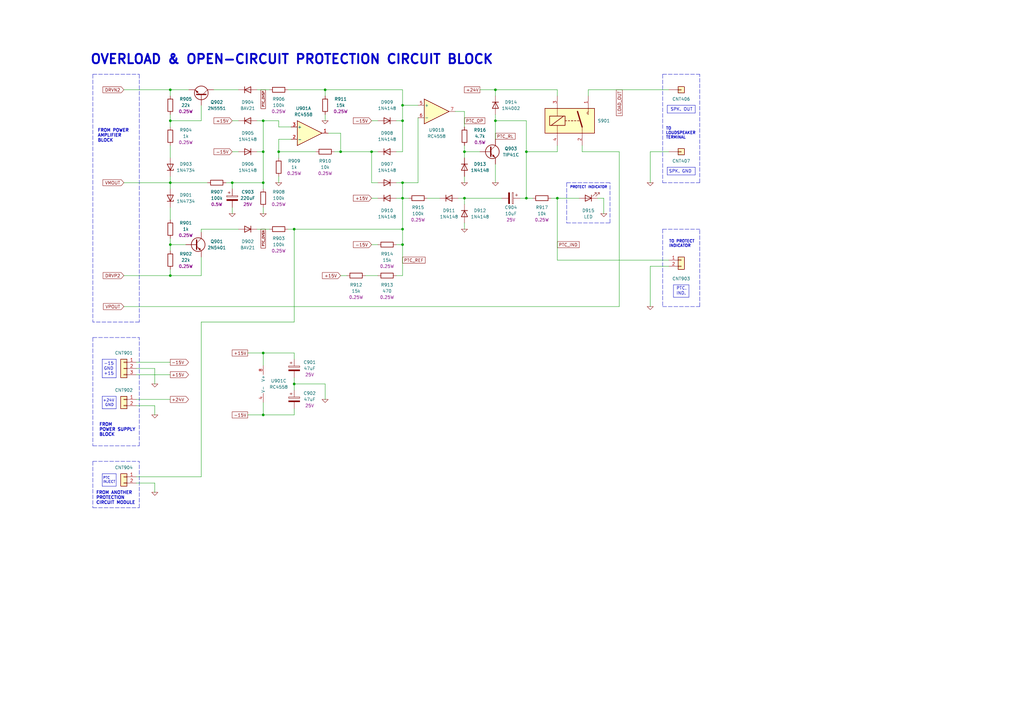
<source format=kicad_sch>
(kicad_sch (version 20211123) (generator eeschema)
  (paper "A3")
  (title_block (title "1300 WATTS RMS CLASS-TD\\nAUDIO POWER AMPLIFIER\\nFOR 4-OHMS LOUDSPEAKER") (date "2022-10-12") (company "BSD POWER AMP"))
  (lib_symbols
    (symbol "Amplifier_Operational:RC4558" (pin_names (offset 0.127))
      (property "Reference" "U" (at 0 5.08 0))
      (property "Value" "RC4558" (at 0 -5.08 0))
      (symbol "RC4558_1_1"
        (pin output line (at 7.62 0 180) (length 2.54) (name "~") (number "1"))
        (pin input line (at -7.62 -2.54 0) (length 2.54) (name "-") (number "2"))
        (pin input line (at -7.62 2.54 0) (length 2.54) (name "+") (number "3"))
      )
      (symbol "RC4558_2_1"
        (pin input line (at -7.62 2.54 0) (length 2.54) (name "+") (number "5"))
        (pin input line (at -7.62 -2.54 0) (length 2.54) (name "-") (number "6"))
        (pin output line (at 7.62 0 180) (length 2.54) (name "~") (number "7"))
      )
      (symbol "RC4558_3_1"
        (pin power_in line (at -2.54 -7.62 90) (length 3.81) (name "V-") (number "4"))
        (pin power_in line (at -2.54 7.62 270) (length 3.81) (name "V+") (number "8"))
      )
    )
    (symbol "BSD_POWER_AMP:D" (pin_numbers hide) (pin_names (offset 1.016) hide)
      (property "Reference" "D4031" (at 3.81 0 0))
      (property "Value" "D" (at 6.35 0 0))
      (symbol "D_1_1"
        (pin passive line (at 3.81 0 180) (length 2.54) (name "A") (number "1"))
        (pin passive line (at -3.81 0 0) (length 2.54) (name "K") (number "2"))
      )
    )
    (symbol "BSD_POWER_AMP:D_Zener" (pin_numbers hide) (pin_names (offset 1.016) hide)
      (property "Reference" "D402" (at 6.35 1.27 90))
      (property "Value" "D_Zener" (at 6.35 -1.27 90))
      (symbol "D_Zener_1_1"
        (pin passive line (at 3.81 0 180) (length 2.54) (name "A") (number "1"))
        (pin passive line (at -3.81 0 0) (length 2.54) (name "K") (number "2"))
      )
    )
    (symbol "BSD_POWER_AMP:LED" (pin_numbers hide) (pin_names (offset 1.016) hide)
      (property "Reference" "D" (at 0 2.54 0))
      (property "Value" "LED" (at 0 -2.54 0))
      (symbol "LED_1_1"
        (pin passive line (at 3.81 0 180) (length 2.54) (name "A") (number "1"))
        (pin passive line (at -3.81 0 0) (length 2.54) (name "K") (number "2"))
      )
    )
    (symbol "BSD_POWER_AMP:Q_NPN_CBE" (pin_numbers hide) (pin_names (offset 0) hide)
      (property "Reference" "Q?" (at 5.08 1.2701 0))
      (property "Value" "Q_NPN_CBE" (at 5.08 -1.2699 0))
      (symbol "Q_NPN_CBE_1_1"
        (pin passive line (at 2.54 5.08 270) (length 2.54) (name "C") (number "1"))
        (pin input line (at -3.81 0 0) (length 4.445) (name "B") (number "2"))
        (pin passive line (at 2.54 -5.08 90) (length 2.54) (name "E") (number "3"))
      )
    )
    (symbol "BSD_POWER_AMP:RAYEX-L90A"
      (property "Reference" "K?" (at 11.43 1.2701 0))
      (property "Value" "RAYEX-L90A" (at 11.43 -1.2699 0))
      (symbol "RAYEX-L90A_1_1"
        (pin passive line (at 7.62 10.16 270) (length 5.08) (name "~") (number "1"))
        (pin passive line (at 5.08 -10.16 90) (length 5.08) (name "~") (number "2"))
        (pin passive line (at -5.08 10.16 270) (length 5.08) (name "~") (number "3"))
        (pin passive line (at -5.08 -10.16 90) (length 5.08) (name "~") (number "4"))
      )
    )
    (symbol "Connector_Generic:Conn_01x01" (pin_numbers hide) (pin_names (offset 1.016) hide)
      (property "Reference" "J" (at 0 2.54 0))
      (property "Value" "Conn_01x01" (at 0 -2.54 0))
      (symbol "Conn_01x01_1_1"
        (pin passive line (at -5.08 0 0) (length 3.81) (name "Pin_1") (number "1"))
      )
    )
    (symbol "Connector_Generic:Conn_01x02" (pin_names (offset 1.016) hide)
      (property "Reference" "J" (at 0 2.54 0))
      (property "Value" "Conn_01x02" (at 0 -5.08 0))
      (symbol "Conn_01x02_1_1"
        (pin passive line (at -5.08 0 0) (length 3.81) (name "Pin_1") (number "1"))
        (pin passive line (at -5.08 -2.54 0) (length 3.81) (name "Pin_2") (number "2"))
      )
    )
    (symbol "Connector_Generic:Conn_01x03" (pin_names (offset 1.016) hide)
      (property "Reference" "J" (at 0 5.08 0))
      (property "Value" "Conn_01x03" (at 0 -5.08 0))
      (symbol "Conn_01x03_1_1"
        (pin passive line (at -5.08 2.54 0) (length 3.81) (name "Pin_1") (number "1"))
        (pin passive line (at -5.08 0 0) (length 3.81) (name "Pin_2") (number "2"))
        (pin passive line (at -5.08 -2.54 0) (length 3.81) (name "Pin_3") (number "3"))
      )
    )
    (symbol "Device:C_Polarized" (pin_numbers hide) (pin_names (offset 0.254))
      (property "Reference" "C" (at 0.635 2.54 0))
      (property "Value" "C_Polarized" (at 0.635 -2.54 0))
      (symbol "C_Polarized_1_1"
        (pin passive line (at 0 3.81 270) (length 2.794) (name "~") (number "1"))
        (pin passive line (at 0 -3.81 90) (length 2.794) (name "~") (number "2"))
      )
    )
    (symbol "Device:R" (pin_numbers hide) (pin_names (offset 0))
      (property "Reference" "R" (at 2.032 0 90))
      (property "Value" "R" (at 0 0 90))
      (symbol "R_1_1"
        (pin passive line (at 0 3.81 270) (length 1.27) (name "~") (number "1"))
        (pin passive line (at 0 -3.81 90) (length 1.27) (name "~") (number "2"))
      )
    )
    (symbol "Q_NPN_CBE_14" (pin_numbers hide) (pin_names (offset 0) hide)
      (property "Reference" "Q?" (at 5.08 1.2701 0))
      (property "Value" "Q_NPN_CBE_14" (at 5.08 -1.2699 0))
      (symbol "Q_NPN_CBE_14_1_1"
        (pin passive line (at 2.54 5.08 270) (length 2.54) (name "C") (number "1"))
        (pin input line (at -3.81 0 0) (length 4.445) (name "B") (number "2"))
        (pin passive line (at 2.54 -5.08 90) (length 2.54) (name "E") (number "3"))
      )
    )
    (symbol "Q_PNP_CBE_20" (pin_numbers hide) (pin_names (offset 0) hide)
      (property "Reference" "Q?" (at 5.08 1.2701 0))
      (property "Value" "Q_PNP_CBE_20" (at 5.08 -1.2699 0))
      (symbol "Q_PNP_CBE_20_1_1"
        (pin passive line (at 2.54 5.08 270) (length 2.54) (name "C") (number "1"))
        (pin input line (at -3.81 0 0) (length 4.445) (name "B") (number "2"))
        (pin passive line (at 2.54 -5.08 90) (length 2.54) (name "E") (number "3"))
      )
    )
    (symbol "R_1" (pin_numbers hide) (pin_names (offset 0))
      (property "Reference" "R" (at 2.032 0 90))
      (property "Value" "R_1" (at 0 0 90))
      (symbol "R_1_1_1"
        (pin passive line (at 0 3.81 270) (length 1.27) (name "~") (number "1"))
        (pin passive line (at 0 -3.81 90) (length 1.27) (name "~") (number "2"))
      )
    )
    (symbol "R_10" (pin_numbers hide) (pin_names (offset 0))
      (property "Reference" "R" (at 2.032 0 90))
      (property "Value" "R_10" (at 0 0 90))
      (symbol "R_10_1_1"
        (pin passive line (at 0 3.81 270) (length 1.27) (name "~") (number "1"))
        (pin passive line (at 0 -3.81 90) (length 1.27) (name "~") (number "2"))
      )
    )
    (symbol "R_11" (pin_numbers hide) (pin_names (offset 0))
      (property "Reference" "R" (at 2.032 0 90))
      (property "Value" "R_11" (at 0 0 90))
      (symbol "R_11_1_1"
        (pin passive line (at 0 3.81 270) (length 1.27) (name "~") (number "1"))
        (pin passive line (at 0 -3.81 90) (length 1.27) (name "~") (number "2"))
      )
    )
    (symbol "R_12" (pin_numbers hide) (pin_names (offset 0))
      (property "Reference" "R" (at 2.032 0 90))
      (property "Value" "R_12" (at 0 0 90))
      (symbol "R_12_1_1"
        (pin passive line (at 0 3.81 270) (length 1.27) (name "~") (number "1"))
        (pin passive line (at 0 -3.81 90) (length 1.27) (name "~") (number "2"))
      )
    )
    (symbol "R_13" (pin_numbers hide) (pin_names (offset 0))
      (property "Reference" "R" (at 2.032 0 90))
      (property "Value" "R_13" (at 0 0 90))
      (symbol "R_13_1_1"
        (pin passive line (at 0 3.81 270) (length 1.27) (name "~") (number "1"))
        (pin passive line (at 0 -3.81 90) (length 1.27) (name "~") (number "2"))
      )
    )
    (symbol "R_14" (pin_numbers hide) (pin_names (offset 0))
      (property "Reference" "R" (at 2.032 0 90))
      (property "Value" "R_14" (at 0 0 90))
      (symbol "R_14_1_1"
        (pin passive line (at 0 3.81 270) (length 1.27) (name "~") (number "1"))
        (pin passive line (at 0 -3.81 90) (length 1.27) (name "~") (number "2"))
      )
    )
    (symbol "R_15" (pin_numbers hide) (pin_names (offset 0))
      (property "Reference" "R" (at 2.032 0 90))
      (property "Value" "R_15" (at 0 0 90))
      (symbol "R_15_1_1"
        (pin passive line (at 0 3.81 270) (length 1.27) (name "~") (number "1"))
        (pin passive line (at 0 -3.81 90) (length 1.27) (name "~") (number "2"))
      )
    )
    (symbol "R_16" (pin_numbers hide) (pin_names (offset 0))
      (property "Reference" "R" (at 2.032 0 90))
      (property "Value" "R_16" (at 0 0 90))
      (symbol "R_16_1_1"
        (pin passive line (at 0 3.81 270) (length 1.27) (name "~") (number "1"))
        (pin passive line (at 0 -3.81 90) (length 1.27) (name "~") (number "2"))
      )
    )
    (symbol "R_2" (pin_numbers hide) (pin_names (offset 0))
      (property "Reference" "R" (at 2.032 0 90))
      (property "Value" "R_2" (at 0 0 90))
      (symbol "R_2_1_1"
        (pin passive line (at 0 3.81 270) (length 1.27) (name "~") (number "1"))
        (pin passive line (at 0 -3.81 90) (length 1.27) (name "~") (number "2"))
      )
    )
    (symbol "R_3" (pin_numbers hide) (pin_names (offset 0))
      (property "Reference" "R" (at 2.032 0 90))
      (property "Value" "R_3" (at 0 0 90))
      (symbol "R_3_1_1"
        (pin passive line (at 0 3.81 270) (length 1.27) (name "~") (number "1"))
        (pin passive line (at 0 -3.81 90) (length 1.27) (name "~") (number "2"))
      )
    )
    (symbol "R_4" (pin_numbers hide) (pin_names (offset 0))
      (property "Reference" "R" (at 2.032 0 90))
      (property "Value" "R_4" (at 0 0 90))
      (symbol "R_4_1_1"
        (pin passive line (at 0 3.81 270) (length 1.27) (name "~") (number "1"))
        (pin passive line (at 0 -3.81 90) (length 1.27) (name "~") (number "2"))
      )
    )
    (symbol "R_5" (pin_numbers hide) (pin_names (offset 0))
      (property "Reference" "R" (at 2.032 0 90))
      (property "Value" "R_5" (at 0 0 90))
      (symbol "R_5_1_1"
        (pin passive line (at 0 3.81 270) (length 1.27) (name "~") (number "1"))
        (pin passive line (at 0 -3.81 90) (length 1.27) (name "~") (number "2"))
      )
    )
    (symbol "R_6" (pin_numbers hide) (pin_names (offset 0))
      (property "Reference" "R" (at 2.032 0 90))
      (property "Value" "R_6" (at 0 0 90))
      (symbol "R_6_1_1"
        (pin passive line (at 0 3.81 270) (length 1.27) (name "~") (number "1"))
        (pin passive line (at 0 -3.81 90) (length 1.27) (name "~") (number "2"))
      )
    )
    (symbol "R_7" (pin_numbers hide) (pin_names (offset 0))
      (property "Reference" "R" (at 2.032 0 90))
      (property "Value" "R_7" (at 0 0 90))
      (symbol "R_7_1_1"
        (pin passive line (at 0 3.81 270) (length 1.27) (name "~") (number "1"))
        (pin passive line (at 0 -3.81 90) (length 1.27) (name "~") (number "2"))
      )
    )
    (symbol "R_8" (pin_numbers hide) (pin_names (offset 0))
      (property "Reference" "R" (at 2.032 0 90))
      (property "Value" "R_8" (at 0 0 90))
      (symbol "R_8_1_1"
        (pin passive line (at 0 3.81 270) (length 1.27) (name "~") (number "1"))
        (pin passive line (at 0 -3.81 90) (length 1.27) (name "~") (number "2"))
      )
    )
    (symbol "R_9" (pin_numbers hide) (pin_names (offset 0))
      (property "Reference" "R" (at 2.032 0 90))
      (property "Value" "R_9" (at 0 0 90))
      (symbol "R_9_1_1"
        (pin passive line (at 0 3.81 270) (length 1.27) (name "~") (number "1"))
        (pin passive line (at 0 -3.81 90) (length 1.27) (name "~") (number "2"))
      )
    )
    (symbol "pspice:0" (power) (pin_names (offset 0))
      (property "Value" "0" (at 0 -1.778 0))
      (symbol "0_1_1"
        (pin power_in line (at 0 0 0) (length 0) hide (name "0") (number "1"))
      )
    )
  )
  (junction (at 69.85 36.83))
  (junction (at 165.1 93.98))
  (junction (at 107.95 62.23))
  (junction (at 203.2 36.83))
  (junction (at 165.1 49.53))
  (junction (at 190.5 81.28))
  (junction (at 95.25 74.93))
  (junction (at 215.9 62.23))
  (junction (at 165.1 81.28))
  (junction (at 107.95 170.18))
  (junction (at 69.85 49.53))
  (junction (at 107.95 49.53))
  (junction (at 190.5 62.23))
  (junction (at 165.1 100.33))
  (junction (at 69.85 113.03))
  (junction (at 107.95 144.78))
  (junction (at 69.85 74.93))
  (junction (at 152.4 62.23))
  (junction (at 139.7 62.23))
  (junction (at 215.9 81.28))
  (junction (at 107.95 74.93))
  (junction (at 69.85 100.33))
  (junction (at 120.65 157.48))
  (junction (at 133.35 36.83))
  (junction (at 165.1 74.93))
  (junction (at 114.3 62.23))
  (junction (at 165.1 43.18))
  (junction (at 203.2 49.53))
  (junction (at 228.6 81.28))
  (junction (at 120.65 93.98))
  (wire (pts (xy 226.06 81.28) (xy 228.6 81.28)))
  (wire (pts (xy 50.8 36.83) (xy 69.85 36.83)))
  (wire (pts (xy 152.4 100.33) (xy 154.94 100.33)))
  (wire (pts (xy 152.4 74.93) (xy 154.94 74.93)))
  (wire (pts (xy 63.5 157.48) (xy 63.5 151.13)))
  (polyline (pts (xy 57.15 182.88) (xy 57.15 138.43)))
  (wire (pts (xy 190.5 81.28) (xy 190.5 83.82)))
  (wire (pts (xy 55.88 148.59) (xy 69.85 148.59)))
  (wire (pts (xy 95.25 85.09) (xy 95.25 87.63)))
  (wire (pts (xy 107.95 49.53) (xy 107.95 62.23)))
  (wire (pts (xy 69.85 100.33) (xy 76.2 100.33)))
  (wire (pts (xy 215.9 62.23) (xy 228.6 62.23)))
  (wire (pts (xy 238.76 59.69) (xy 238.76 62.23)))
  (wire (pts (xy 120.65 157.48) (xy 120.65 160.02)))
  (wire (pts (xy 69.85 49.53) (xy 82.55 49.53)))
  (polyline (pts (xy 38.1 208.28) (xy 57.15 208.28)))
  (wire (pts (xy 114.3 52.07) (xy 114.3 49.53)))
  (wire (pts (xy 55.88 195.58) (xy 82.55 195.58)))
  (polyline (pts (xy 41.91 167.64) (xy 47.625 167.64)) (stroke (width 0) (type solid)))
  (wire (pts (xy 105.41 36.83) (xy 110.49 36.83)))
  (polyline (pts (xy 273.685 46.355) (xy 285.115 46.355)) (stroke (width 0) (type solid)))
  (wire (pts (xy 69.85 49.53) (xy 69.85 52.07)))
  (wire (pts (xy 107.95 85.09) (xy 107.95 87.63)))
  (wire (pts (xy 120.65 154.94) (xy 120.65 157.48)))
  (wire (pts (xy 129.54 62.23) (xy 114.3 62.23)))
  (polyline (pts (xy 38.1 138.43) (xy 38.1 182.88)))
  (wire (pts (xy 133.35 163.83) (xy 133.35 157.48)))
  (polyline (pts (xy 250.19 91.44) (xy 250.19 74.93)))
  (wire (pts (xy 69.85 74.93) (xy 69.85 77.47)))
  (wire (pts (xy 165.1 36.83) (xy 165.1 43.18)))
  (polyline (pts (xy 273.685 43.18) (xy 285.115 43.18)) (stroke (width 0) (type solid)))
  (wire (pts (xy 190.5 59.69) (xy 190.5 62.23)))
  (wire (pts (xy 228.6 81.28) (xy 237.49 81.28)))
  (wire (pts (xy 95.25 74.93) (xy 95.25 77.47)))
  (wire (pts (xy 120.65 132.08) (xy 120.65 93.98)))
  (wire (pts (xy 82.55 93.98) (xy 82.55 95.25)))
  (polyline (pts (xy 271.78 30.48) (xy 271.78 74.93)))
  (wire (pts (xy 152.4 62.23) (xy 152.4 74.93)))
  (wire (pts (xy 63.5 170.18) (xy 63.5 166.37)))
  (wire (pts (xy 55.88 163.83) (xy 69.85 163.83)))
  (polyline (pts (xy 282.575 116.84) (xy 282.575 121.92)) (stroke (width 0) (type solid)))
  (wire (pts (xy 241.3 36.83) (xy 274.32 36.83)))
  (polyline (pts (xy 41.91 162.56) (xy 41.91 167.64)) (stroke (width 0) (type solid)))
  (wire (pts (xy 118.11 93.98) (xy 120.65 93.98)))
  (polyline (pts (xy 276.225 121.92) (xy 276.225 116.84)) (stroke (width 0) (type solid)))
  (wire (pts (xy 152.4 81.28) (xy 154.94 81.28)))
  (wire (pts (xy 120.65 147.32) (xy 120.65 144.78)))
  (polyline (pts (xy 38.1 30.48) (xy 57.15 30.48)))
  (wire (pts (xy 190.5 81.28) (xy 205.74 81.28)))
  (wire (pts (xy 107.95 49.53) (xy 114.3 49.53)))
  (wire (pts (xy 162.56 49.53) (xy 165.1 49.53)))
  (polyline (pts (xy 57.15 30.48) (xy 57.15 132.08)))
  (wire (pts (xy 162.56 100.33) (xy 165.1 100.33)))
  (polyline (pts (xy 47.625 154.94) (xy 47.625 147.32)) (stroke (width 0) (type solid)))
  (wire (pts (xy 114.3 62.23) (xy 114.3 57.15)))
  (wire (pts (xy 190.5 62.23) (xy 196.85 62.23)))
  (wire (pts (xy 149.86 113.03) (xy 154.94 113.03)))
  (wire (pts (xy 254 125.73) (xy 254 62.23)))
  (wire (pts (xy 165.1 62.23) (xy 165.1 49.53)))
  (wire (pts (xy 266.7 62.23) (xy 274.32 62.23)))
  (polyline (pts (xy 41.91 147.32) (xy 41.91 154.94)) (stroke (width 0) (type solid)))
  (polyline (pts (xy 271.78 93.98) (xy 271.78 125.73)))
  (wire (pts (xy 165.1 100.33) (xy 165.1 93.98)))
  (polyline (pts (xy 41.91 154.94) (xy 47.625 154.94)) (stroke (width 0) (type solid)))
  (wire (pts (xy 175.26 81.28) (xy 180.34 81.28)))
  (wire (pts (xy 241.3 36.83) (xy 241.3 39.37)))
  (wire (pts (xy 139.7 113.03) (xy 142.24 113.03)))
  (wire (pts (xy 119.38 52.07) (xy 114.3 52.07)))
  (wire (pts (xy 85.09 74.93) (xy 69.85 74.93)))
  (polyline (pts (xy 41.91 199.39) (xy 47.625 199.39)) (stroke (width 0) (type solid)))
  (wire (pts (xy 107.95 77.47) (xy 107.95 74.93)))
  (wire (pts (xy 50.8 113.03) (xy 69.85 113.03)))
  (polyline (pts (xy 282.575 121.92) (xy 276.225 121.92)) (stroke (width 0) (type solid)))
  (wire (pts (xy 82.55 113.03) (xy 82.55 105.41)))
  (wire (pts (xy 139.7 62.23) (xy 152.4 62.23)))
  (wire (pts (xy 69.85 97.79) (xy 69.85 100.33)))
  (wire (pts (xy 69.85 113.03) (xy 69.85 110.49)))
  (wire (pts (xy 228.6 59.69) (xy 228.6 62.23)))
  (polyline (pts (xy 47.625 199.39) (xy 47.625 194.31)) (stroke (width 0) (type solid)))
  (polyline (pts (xy 285.115 46.355) (xy 285.115 43.18)) (stroke (width 0) (type solid)))
  (wire (pts (xy 69.85 113.03) (xy 82.55 113.03)))
  (polyline (pts (xy 282.575 116.84) (xy 276.225 116.84)) (stroke (width 0) (type solid)))
  (wire (pts (xy 69.85 46.99) (xy 69.85 49.53)))
  (wire (pts (xy 133.35 157.48) (xy 120.65 157.48)))
  (wire (pts (xy 120.65 144.78) (xy 107.95 144.78)))
  (wire (pts (xy 203.2 49.53) (xy 203.2 57.15)))
  (wire (pts (xy 63.5 201.93) (xy 63.5 198.12)))
  (wire (pts (xy 101.6 170.18) (xy 107.95 170.18)))
  (polyline (pts (xy 287.02 74.93) (xy 287.02 30.48)))
  (wire (pts (xy 55.88 166.37) (xy 63.5 166.37)))
  (wire (pts (xy 215.9 49.53) (xy 215.9 62.23)))
  (wire (pts (xy 133.35 36.83) (xy 165.1 36.83)))
  (wire (pts (xy 165.1 113.03) (xy 165.1 100.33)))
  (polyline (pts (xy 41.91 194.31) (xy 41.91 199.39)) (stroke (width 0) (type solid)))
  (wire (pts (xy 218.44 81.28) (xy 215.9 81.28)))
  (wire (pts (xy 162.56 113.03) (xy 165.1 113.03)))
  (wire (pts (xy 55.88 151.13) (xy 63.5 151.13)))
  (wire (pts (xy 274.32 106.68) (xy 228.6 106.68)))
  (wire (pts (xy 165.1 43.18) (xy 165.1 49.53)))
  (wire (pts (xy 87.63 36.83) (xy 97.79 36.83)))
  (wire (pts (xy 139.7 54.61) (xy 139.7 62.23)))
  (wire (pts (xy 82.55 43.18) (xy 82.55 49.53)))
  (polyline (pts (xy 41.91 194.31) (xy 47.625 194.31)) (stroke (width 0) (type solid)))
  (wire (pts (xy 165.1 81.28) (xy 167.64 81.28)))
  (wire (pts (xy 133.35 36.83) (xy 133.35 39.37)))
  (wire (pts (xy 97.79 93.98) (xy 82.55 93.98)))
  (wire (pts (xy 139.7 54.61) (xy 134.62 54.61)))
  (wire (pts (xy 137.16 62.23) (xy 139.7 62.23)))
  (wire (pts (xy 165.1 43.18) (xy 171.45 43.18)))
  (wire (pts (xy 228.6 106.68) (xy 228.6 81.28)))
  (wire (pts (xy 152.4 49.53) (xy 154.94 49.53)))
  (polyline (pts (xy 38.1 30.48) (xy 38.1 132.08)))
  (polyline (pts (xy 273.685 68.58) (xy 273.685 71.755)) (stroke (width 0) (type solid)))
  (wire (pts (xy 203.2 36.83) (xy 203.2 39.37)))
  (wire (pts (xy 120.65 167.64) (xy 120.65 170.18)))
  (wire (pts (xy 215.9 49.53) (xy 203.2 49.53)))
  (wire (pts (xy 55.88 198.12) (xy 63.5 198.12)))
  (wire (pts (xy 69.85 36.83) (xy 69.85 39.37)))
  (wire (pts (xy 105.41 93.98) (xy 110.49 93.98)))
  (polyline (pts (xy 38.1 138.43) (xy 57.15 138.43)))
  (polyline (pts (xy 271.78 125.73) (xy 287.02 125.73)))
  (wire (pts (xy 120.65 93.98) (xy 165.1 93.98)))
  (polyline (pts (xy 271.78 74.93) (xy 287.02 74.93)))
  (wire (pts (xy 107.95 170.18) (xy 107.95 165.1)))
  (polyline (pts (xy 271.78 93.98) (xy 287.02 93.98)))
  (wire (pts (xy 92.71 74.93) (xy 95.25 74.93)))
  (wire (pts (xy 266.7 74.93) (xy 266.7 62.23)))
  (polyline (pts (xy 38.1 189.23) (xy 38.1 208.28)))
  (wire (pts (xy 50.8 74.93) (xy 69.85 74.93)))
  (wire (pts (xy 215.9 62.23) (xy 215.9 81.28)))
  (wire (pts (xy 190.5 91.44) (xy 190.5 93.98)))
  (wire (pts (xy 82.55 132.08) (xy 120.65 132.08)))
  (wire (pts (xy 254 62.23) (xy 238.76 62.23)))
  (wire (pts (xy 69.85 59.69) (xy 69.85 64.77)))
  (wire (pts (xy 82.55 195.58) (xy 82.55 132.08)))
  (wire (pts (xy 69.85 85.09) (xy 69.85 90.17)))
  (wire (pts (xy 247.65 81.28) (xy 247.65 87.63)))
  (wire (pts (xy 228.6 36.83) (xy 228.6 39.37)))
  (wire (pts (xy 162.56 81.28) (xy 165.1 81.28)))
  (wire (pts (xy 101.6 144.78) (xy 107.95 144.78)))
  (wire (pts (xy 69.85 36.83) (xy 77.47 36.83)))
  (polyline (pts (xy 287.02 125.73) (xy 287.02 93.98)))
  (wire (pts (xy 154.94 62.23) (xy 152.4 62.23)))
  (wire (pts (xy 114.3 62.23) (xy 114.3 64.77)))
  (wire (pts (xy 171.45 74.93) (xy 171.45 48.26)))
  (wire (pts (xy 95.25 62.23) (xy 97.79 62.23)))
  (wire (pts (xy 55.88 153.67) (xy 69.85 153.67)))
  (polyline (pts (xy 273.685 68.58) (xy 285.115 68.58)) (stroke (width 0) (type solid)))
  (wire (pts (xy 95.25 49.53) (xy 97.79 49.53)))
  (wire (pts (xy 133.35 46.99) (xy 133.35 49.53)))
  (wire (pts (xy 190.5 62.23) (xy 190.5 64.77)))
  (polyline (pts (xy 232.41 74.93) (xy 250.19 74.93)))
  (wire (pts (xy 190.5 45.72) (xy 190.5 52.07)))
  (wire (pts (xy 107.95 74.93) (xy 95.25 74.93)))
  (polyline (pts (xy 273.685 43.18) (xy 273.685 46.355)) (stroke (width 0) (type solid)))
  (polyline (pts (xy 232.41 91.44) (xy 250.19 91.44)))
  (wire (pts (xy 114.3 72.39) (xy 114.3 74.93)))
  (wire (pts (xy 50.8 125.73) (xy 254 125.73)))
  (wire (pts (xy 203.2 36.83) (xy 228.6 36.83)))
  (wire (pts (xy 105.41 49.53) (xy 107.95 49.53)))
  (wire (pts (xy 107.95 62.23) (xy 107.95 74.93)))
  (wire (pts (xy 114.3 57.15) (xy 119.38 57.15)))
  (polyline (pts (xy 38.1 182.88) (xy 57.15 182.88)))
  (wire (pts (xy 120.65 170.18) (xy 107.95 170.18)))
  (polyline (pts (xy 41.91 162.56) (xy 47.625 162.56)) (stroke (width 0) (type solid)))
  (wire (pts (xy 213.36 81.28) (xy 215.9 81.28)))
  (wire (pts (xy 203.2 67.31) (xy 203.2 74.93)))
  (polyline (pts (xy 47.625 167.64) (xy 47.625 162.56)) (stroke (width 0) (type solid)))
  (wire (pts (xy 105.41 62.23) (xy 107.95 62.23)))
  (wire (pts (xy 187.96 81.28) (xy 190.5 81.28)))
  (polyline (pts (xy 285.115 71.755) (xy 285.115 68.58)) (stroke (width 0) (type solid)))
  (polyline (pts (xy 273.685 71.755) (xy 285.115 71.755)) (stroke (width 0) (type solid)))
  (wire (pts (xy 69.85 72.39) (xy 69.85 74.93)))
  (wire (pts (xy 162.56 74.93) (xy 165.1 74.93)))
  (wire (pts (xy 118.11 36.83) (xy 133.35 36.83)))
  (wire (pts (xy 186.69 45.72) (xy 190.5 45.72)))
  (wire (pts (xy 196.85 36.83) (xy 203.2 36.83)))
  (wire (pts (xy 274.32 109.22) (xy 266.7 109.22)))
  (wire (pts (xy 162.56 62.23) (xy 165.1 62.23)))
  (wire (pts (xy 69.85 100.33) (xy 69.85 102.87)))
  (polyline (pts (xy 232.41 74.93) (xy 232.41 91.44)))
  (wire (pts (xy 266.7 109.22) (xy 266.7 125.73)))
  (polyline (pts (xy 41.91 147.32) (xy 47.625 147.32)) (stroke (width 0) (type solid)))
  (wire (pts (xy 203.2 46.99) (xy 203.2 49.53)))
  (wire (pts (xy 165.1 93.98) (xy 165.1 81.28)))
  (wire (pts (xy 165.1 74.93) (xy 165.1 81.28)))
  (polyline (pts (xy 271.78 30.48) (xy 287.02 30.48)))
  (wire (pts (xy 190.5 72.39) (xy 190.5 74.93)))
  (wire (pts (xy 171.45 74.93) (xy 165.1 74.93)))
  (polyline (pts (xy 38.1 189.23) (xy 57.15 189.23)))
  (wire (pts (xy 245.11 81.28) (xy 247.65 81.28)))
  (polyline (pts (xy 57.15 132.08) (xy 38.1 132.08)))
  (wire (pts (xy 107.95 144.78) (xy 107.95 149.86)))
  (polyline (pts (xy 57.15 208.28) (xy 57.15 189.23)))
  (text "OVERLOAD & OPEN-CIRCUIT PROTECTION CIRCUIT BLOCK" (at 36.83 26.67 0) (effects (font (size 3.81 3.81) (thickness 0.762) bold) (justify left bottom)))
  (text "FROM ANOTHER\nPROTECTION\nCIRCUIT MODULE" (at 39.37 207.01 0) (effects (font (size 1.27 1.27) bold) (justify left bottom)))
  (text "PTC.\nIND." (at 277.368 121.158 0) (effects (font (size 1.27 1.27)) (justify left bottom)))
  (text "SPK. GND" (at 274.32 71.12 0) (effects (font (size 1.27 1.27)) (justify left bottom)))
  (text "SPK. OUT" (at 274.955 45.72 0) (effects (font (size 1.27 1.27)) (justify left bottom)))
  (text "FROM POWER\nAMPLIFIER\nBLOCK" (at 40.005 58.42 0) (effects (font (size 1.27 1.27) bold) (justify left bottom)))
  (text "TO\nLOUDSPEAKER\nTERMINAL" (at 273.05 57.15 0) (effects (font (size 1.143 1.143) bold) (justify left bottom)))
  (text "+24V\n GND" (at 42.164 166.878 0) (effects (font (size 1.143 1.143)) (justify left bottom)))
  (text "PTC\nINJECT" (at 42.164 198.374 0) (effects (font (size 1.016 1.016)) (justify left bottom)))
  (text "-15\nGND\n+15" (at 42.545 154.051 0) (effects (font (size 1.27 1.27)) (justify left bottom)))
  (text "TO PROTECT\nINDICATOR" (at 274.32 101.6 0) (effects (font (size 1.143 1.143) bold) (justify left bottom)))
  (text "FROM\nPOWER SUPPLY\nBLOCK" (at 40.64 179.07 0) (effects (font (size 1.27 1.27) bold) (justify left bottom)))
  (text "PROTECT INDICATOR" (at 233.68 77.47 0) (effects (font (size 1.016 1.016) (thickness 0.2032) bold) (justify left bottom)))
  (global_label "+15V" (shape input) (at 139.7 113.03 180) (property "Intersheet References" "${INTERSHEET_REFS}" (effects hide)))
  (global_label "PTC_OVSP" (shape passive) (at 107.95 36.83 270) (effects (font (size 0.889 0.889) (thickness 0.1778) bold)) (property "Intersheet References" "${INTERSHEET_REFS}" (effects hide)))
  (global_label "DRVP2" (shape input) (at 50.8 113.03 180) (property "Intersheet References" "${INTERSHEET_REFS}" (effects hide)))
  (global_label "+24V" (shape passive) (at 196.85 36.83 180) (property "Intersheet References" "${INTERSHEET_REFS}" (effects hide)))
  (global_label "VPOUT" (shape input) (at 50.8 125.73 180) (property "Intersheet References" "${INTERSHEET_REFS}" (effects hide)))
  (global_label "+15V" (shape input) (at 95.25 49.53 180) (property "Intersheet References" "${INTERSHEET_REFS}" (effects hide)))
  (global_label "PTC_REF" (shape passive) (at 165.1 106.68 0) (property "Intersheet References" "${INTERSHEET_REFS}" (effects hide)))
  (global_label "-15V" (shape passive) (at 101.6 170.18 180) (property "Intersheet References" "${INTERSHEET_REFS}" (effects hide)))
  (global_label "+15V" (shape output) (at 69.85 153.67 0) (property "Intersheet References" "${INTERSHEET_REFS}" (effects hide)))
  (global_label "PTC_OP" (shape passive) (at 190.5 49.53 0) (property "Intersheet References" "${INTERSHEET_REFS}" (effects hide)))
  (global_label "-15V" (shape input) (at 152.4 100.33 180) (property "Intersheet References" "${INTERSHEET_REFS}" (effects hide)))
  (global_label "+15V" (shape input) (at 152.4 81.28 180) (property "Intersheet References" "${INTERSHEET_REFS}" (effects hide)))
  (global_label "+24V" (shape output) (at 69.85 163.83 0) (property "Intersheet References" "${INTERSHEET_REFS}" (effects hide)))
  (global_label "+15V" (shape passive) (at 101.6 144.78 180) (property "Intersheet References" "${INTERSHEET_REFS}" (effects hide)))
  (global_label "PTC_OVSN" (shape passive) (at 107.95 93.98 270) (effects (font (size 0.889 0.889) (thickness 0.1778) bold)) (property "Intersheet References" "${INTERSHEET_REFS}" (effects hide)))
  (global_label "-15V" (shape input) (at 152.4 49.53 180) (property "Intersheet References" "${INTERSHEET_REFS}" (effects hide)))
  (global_label "VMOUT" (shape input) (at 50.8 74.93 180) (property "Intersheet References" "${INTERSHEET_REFS}" (effects hide)))
  (global_label "LOAD_OUT" (shape passive) (at 254 36.83 270) (property "Intersheet References" "${INTERSHEET_REFS}" (effects hide)))
  (global_label "DRVN2" (shape input) (at 50.8 36.83 180) (property "Intersheet References" "${INTERSHEET_REFS}" (effects hide)))
  (global_label "PTC_IND" (shape passive) (at 228.6 100.33 0) (property "Intersheet References" "${INTERSHEET_REFS}" (effects hide)))
  (global_label "-15V" (shape input) (at 95.25 62.23 180) (property "Intersheet References" "${INTERSHEET_REFS}" (effects hide)))
  (global_label "PTC_RL" (shape passive) (at 203.2 55.88 0) (property "Intersheet References" "${INTERSHEET_REFS}" (effects hide)))
  (global_label "-15V" (shape output) (at 69.85 148.59 0) (property "Intersheet References" "${INTERSHEET_REFS}" (effects hide)))
  (symbol (lib_id "pspice:0") (at 95.25 87.63 0) (unit 1)
    (property "Reference" "#GND0110" (effects hide))
    (property "Value" "0" (effects hide))
  )
  (symbol (lib_id "pspice:0") (at 63.5 157.48 0) (unit 1)
    (property "Reference" "#GND0133" (effects hide))
    (property "Value" "0" (effects hide))
  )
  (symbol (lib_name "R_9") (lib_id "Device:R") (at 114.3 68.58 0) (mirror y) (unit 1)
    (property "Reference" "R909" (at 120.65 66.04 0))
    (property "Value" "1k" (at 120.65 68.58 0))
    (property "Footprint" "BSD_POWER_AMP:R_Axial_DIN0207_L6.3mm_D2.5mm_P10.16mm_Horizontal" (effects hide))
    (property "Wattage" "0.25W" (at 120.65 71.12 0))
  )
  (symbol (lib_id "Connector_Generic:Conn_01x02") (at 50.8 163.83 0) (mirror y) (unit 1)
    (property "Reference" "CNT902" (at 50.8 160.02 0))
    (property "Value" "Molex AE-6410-02A" (effects hide))
    (property "Footprint" "Connector_Molex:Molex_KK-254_AE-6410-02A_1x02_P2.54mm_Vertical" (effects hide))
    (property "Spice_Primitive" "C" (effects hide))
    (property "Spice_Model" "Molex AE-6410-02A" (effects hide))
    (property "Spice_Netlist_Enabled" "N" (effects hide))
  )
  (symbol (lib_id "pspice:0") (at 114.3 74.93 0) (unit 1)
    (property "Reference" "#GND0125" (effects hide))
    (property "Value" "0" (effects hide))
  )
  (symbol (lib_id "pspice:0") (at 190.5 93.98 0) (unit 1)
    (property "Reference" "#GND0126" (effects hide))
    (property "Value" "0" (effects hide))
  )
  (symbol (lib_id "pspice:0") (at 107.95 87.63 0) (unit 1)
    (property "Reference" "#GND0122" (effects hide))
    (property "Value" "0" (effects hide))
  )
  (symbol (lib_id "Connector_Generic:Conn_01x02") (at 50.8 195.58 0) (mirror y) (unit 1)
    (property "Reference" "CNT904" (at 50.8 191.77 0))
    (property "Value" "Molex AE-6410-02A" (effects hide))
    (property "Footprint" "Connector_Molex:Molex_KK-254_AE-6410-02A_1x02_P2.54mm_Vertical" (effects hide))
    (property "Spice_Primitive" "C" (effects hide))
    (property "Spice_Model" "Molex AE-6410-02A" (effects hide))
    (property "Spice_Netlist_Enabled" "N" (effects hide))
  )
  (symbol (lib_id "BSD_POWER_AMP:D") (at 158.75 62.23 0) (mirror x) (unit 1)
    (property "Reference" "D908" (at 158.75 54.61 0))
    (property "Value" "1N4148" (at 158.75 57.15 0))
    (property "Footprint" "BSD_POWER_AMP:D_DO-35_SOD27_P10.16mm_Horizontal" (effects hide))
    (property "Spice_Primitive" "D" (effects hide))
    (property "Spice_Model" "1N4148" (effects hide))
    (property "Spice_Netlist_Enabled" "Y" (effects hide))
    (property "Spice_Lib_File" "spice_models/model.lib" (effects hide))
  )
  (symbol (lib_id "pspice:0") (at 266.7 125.73 0) (unit 1)
    (property "Reference" "#GND0130" (effects hide))
    (property "Value" "0" (effects hide))
  )
  (symbol (lib_id "Connector_Generic:Conn_01x02") (at 279.4 106.68 0) (unit 1)
    (property "Reference" "CNT903" (at 279.4 114.3 0))
    (property "Value" "Molex AE-6410-02A" (effects hide))
    (property "Footprint" "Connector_Molex:Molex_KK-254_AE-6410-02A_1x02_P2.54mm_Vertical" (effects hide))
    (property "Spice_Primitive" "C" (effects hide))
    (property "Spice_Model" "Molex AE-6410-02A" (effects hide))
    (property "Spice_Netlist_Enabled" "N" (effects hide))
  )
  (symbol (lib_id "Device:R") (at 133.35 43.18 0) (mirror y) (unit 1)
    (property "Reference" "R911" (at 139.7 40.64 0))
    (property "Value" "15k" (at 139.7 43.18 0))
    (property "Footprint" "BSD_POWER_AMP:R_Axial_DIN0207_L6.3mm_D2.5mm_P10.16mm_Horizontal" (effects hide))
    (property "Wattage" "0.25W" (at 139.7 45.72 0))
  )
  (symbol (lib_name "R_1") (lib_id "Device:R") (at 69.85 43.18 180) (unit 1)
    (property "Reference" "R905" (at 76.2 40.64 0))
    (property "Value" "22k" (at 76.2 43.18 0))
    (property "Footprint" "BSD_POWER_AMP:R_Axial_DIN0207_L6.3mm_D2.5mm_P10.16mm_Horizontal" (effects hide))
    (property "Wattage" "0.25W" (at 76.2 45.72 0))
  )
  (symbol (lib_name "R_12") (lib_id "Device:R") (at 158.75 113.03 90) (unit 1)
    (property "Reference" "R913" (at 158.75 116.84 90))
    (property "Value" "470" (at 158.75 119.38 90))
    (property "Footprint" "BSD_POWER_AMP:R_Axial_DIN0207_L6.3mm_D2.5mm_P10.16mm_Horizontal" (effects hide))
    (property "Wattage" "0.25W" (at 158.75 121.92 90))
  )
  (symbol (lib_name "R_5") (lib_id "Device:R") (at 88.9 74.93 90) (unit 1)
    (property "Reference" "R907" (at 88.9 78.74 90))
    (property "Value" "100k" (at 88.9 81.28 90))
    (property "Footprint" "BSD_POWER_AMP:R_Axial_DIN0309_L9.0mm_D3.2mm_P12.70mm_Horizontal" (effects hide))
    (property "Wattage" "0.5W" (at 88.9 83.82 90))
  )
  (symbol (lib_id "BSD_POWER_AMP:D") (at 158.75 74.93 180) (unit 1)
    (property "Reference" "D907" (at 158.75 67.31 0))
    (property "Value" "1N4148" (at 158.75 69.85 0))
    (property "Footprint" "BSD_POWER_AMP:D_DO-35_SOD27_P10.16mm_Horizontal" (effects hide))
    (property "Spice_Primitive" "D" (effects hide))
    (property "Spice_Model" "1N4148" (effects hide))
    (property "Spice_Netlist_Enabled" "Y" (effects hide))
    (property "Spice_Lib_File" "spice_models/model.lib" (effects hide))
  )
  (symbol (lib_name "R_8") (lib_id "Device:R") (at 107.95 81.28 0) (mirror y) (unit 1)
    (property "Reference" "R908" (at 114.3 78.74 0))
    (property "Value" "100k" (at 114.3 81.28 0))
    (property "Footprint" "BSD_POWER_AMP:R_Axial_DIN0207_L6.3mm_D2.5mm_P10.16mm_Horizontal" (effects hide))
    (property "Wattage" "0.25W" (at 114.3 83.82 0))
  )
  (symbol (lib_name "R_6") (lib_id "Device:R") (at 114.3 36.83 90) (unit 1)
    (property "Reference" "R906" (at 114.3 40.64 90))
    (property "Value" "100k" (at 114.3 43.18 90))
    (property "Footprint" "BSD_POWER_AMP:R_Axial_DIN0207_L6.3mm_D2.5mm_P10.16mm_Horizontal" (effects hide))
    (property "Wattage" "0.25W" (at 114.3 45.72 90))
  )
  (symbol (lib_id "pspice:0") (at 203.2 74.93 0) (unit 1)
    (property "Reference" "#GND0109" (effects hide))
    (property "Value" "0" (effects hide))
  )
  (symbol (lib_id "pspice:0") (at 63.5 170.18 0) (unit 1)
    (property "Reference" "#GND0134" (effects hide))
    (property "Value" "0" (effects hide))
  )
  (symbol (lib_id "BSD_POWER_AMP:D") (at 101.6 36.83 0) (mirror x) (unit 1)
    (property "Reference" "D904" (at 101.6 41.91 0))
    (property "Value" "BAV21" (at 101.6 44.45 0))
    (property "Footprint" "BSD_POWER_AMP:D_DO-35_SOD27_P10.16mm_Horizontal" (effects hide))
    (property "Spice_Primitive" "D" (effects hide))
    (property "Spice_Model" "BAV21" (effects hide))
    (property "Spice_Netlist_Enabled" "Y" (effects hide))
    (property "Spice_Lib_File" "spice_models/model.lib" (effects hide))
  )
  (symbol (lib_id "BSD_POWER_AMP:D") (at 190.5 87.63 90) (mirror x) (unit 1)
    (property "Reference" "D912" (at 196.85 86.36 90))
    (property "Value" "1N4148" (at 196.85 88.9 90))
    (property "Footprint" "BSD_POWER_AMP:D_DO-35_SOD27_P10.16mm_Horizontal" (effects hide))
    (property "Spice_Primitive" "D" (effects hide))
    (property "Spice_Model" "1N4148" (effects hide))
    (property "Spice_Netlist_Enabled" "Y" (effects hide))
    (property "Spice_Lib_File" "spice_models/model.lib" (effects hide))
  )
  (symbol (lib_id "BSD_POWER_AMP:D") (at 101.6 93.98 180) (unit 1)
    (property "Reference" "D902" (at 101.6 99.06 0))
    (property "Value" "BAV21" (at 101.6 101.6 0))
    (property "Footprint" "BSD_POWER_AMP:D_DO-35_SOD27_P10.16mm_Horizontal" (effects hide))
    (property "Spice_Primitive" "D" (effects hide))
    (property "Spice_Model" "BAV21" (effects hide))
    (property "Spice_Netlist_Enabled" "Y" (effects hide))
    (property "Spice_Lib_File" "spice_models/model.lib" (effects hide))
  )
  (symbol (lib_id "pspice:0") (at 247.65 87.63 0) (unit 1)
    (property "Reference" "#GND0128" (effects hide))
    (property "Value" "0" (effects hide))
  )
  (symbol (lib_id "BSD_POWER_AMP:D") (at 184.15 81.28 0) (mirror x) (unit 1)
    (property "Reference" "D911" (at 184.15 86.36 0))
    (property "Value" "1N4148" (at 184.15 88.9 0))
    (property "Footprint" "BSD_POWER_AMP:D_DO-35_SOD27_P10.16mm_Horizontal" (effects hide))
    (property "Spice_Primitive" "D" (effects hide))
    (property "Spice_Model" "1N4148" (effects hide))
    (property "Spice_Netlist_Enabled" "Y" (effects hide))
    (property "Spice_Lib_File" "spice_models/model.lib" (effects hide))
  )
  (symbol (lib_id "Device:C_Polarized") (at 120.65 163.83 0) (unit 1)
    (property "Reference" "C902" (at 127 161.29 0))
    (property "Value" "47uF" (at 127 163.83 0))
    (property "Footprint" "BSD_POWER_AMP:CP_Radial_D5.0mm_P2.00mm" (effects hide))
    (property "Voltage" "25V" (at 127 166.37 0))
  )
  (symbol (lib_name "Q_PNP_CBE_20") (lib_id "BSD_POWER_AMP:Q_PNP_CBE") (at 80.01 100.33 0) (unit 1)
    (property "Reference" "Q901" (at 88.9 99.06 0))
    (property "Value" "2N5401" (at 88.9 101.6 0))
    (property "Footprint" "BSD_POWER_AMP:TO-92_Inline_Wide_EBC" (effects hide))
    (property "Spice_Primitive" "Q" (effects hide))
    (property "Spice_Model" "2N5401" (effects hide))
    (property "Spice_Netlist_Enabled" "Y" (effects hide))
    (property "Spice_Lib_File" "spice_models/model.lib" (effects hide))
  )
  (symbol (lib_id "BSD_POWER_AMP:D_Zener") (at 69.85 81.28 270) (mirror x) (unit 1)
    (property "Reference" "D901" (at 76.2 80.01 90))
    (property "Value" "1N4734" (at 76.2 82.55 90))
    (property "Footprint" "BSD_POWER_AMP:D_T-1_P10.16mm_Zener_Horizontal" (effects hide))
    (property "Spice_Primitive" "D" (effects hide))
    (property "Spice_Netlist_Enabled" "Y" (effects hide))
    (property "Spice_Lib_File" "spice_models/model.lib" (effects hide))
    (property "Spice_Model" "1N4734" (effects hide))
  )
  (symbol (lib_name "Q_NPN_CBE_14") (lib_id "BSD_POWER_AMP:Q_NPN_CBE") (at 82.55 39.37 270) (mirror x) (unit 1)
    (property "Reference" "Q902" (at 88.9 41.91 90))
    (property "Value" "2N5551" (at 88.9 44.45 90))
    (property "Footprint" "BSD_POWER_AMP:TO-92_Inline_Wide_EBC" (effects hide))
    (property "Spice_Primitive" "Q" (effects hide))
    (property "Spice_Model" "2N5551" (effects hide))
    (property "Spice_Netlist_Enabled" "Y" (effects hide))
    (property "Spice_Lib_File" "spice_models/model.lib" (effects hide))
  )
  (symbol (lib_id "BSD_POWER_AMP:LED") (at 241.3 81.28 180) (unit 1)
    (property "Reference" "D915" (at 241.3 86.36 0))
    (property "Value" "LED" (at 241.3 88.9 0))
    (property "Spice_Primitive" "D" (effects hide))
    (property "Spice_Model" "LED_yellow" (effects hide))
    (property "Spice_Netlist_Enabled" "Y" (effects hide))
    (property "Spice_Lib_File" "spice_models/model.lib" (effects hide))
  )
  (symbol (lib_id "Amplifier_Operational:RC4558") (at 127 54.61 0) (unit 1)
    (property "Reference" "U901" (at 124.46 44.45 0))
    (property "Value" "RC4558" (at 124.46 46.99 0))
    (property "Footprint" "BSD_POWER_AMP:DIP-8_W7.62mm" (effects hide))
    (property "Datasheet" "http://www.ti.com/lit/ds/symlink/rc4558.pdf" (effects hide))
    (property "Spice_Primitive" "X" (effects hide))
    (property "Spice_Model" "RC4558_IMPL" (effects hide))
    (property "Spice_Netlist_Enabled" "Y" (effects hide))
    (property "Spice_Lib_File" "spice_models/model.lib" (effects hide))
  )
  (symbol (lib_id "pspice:0") (at 190.5 74.93 0) (unit 1)
    (property "Reference" "#GND0121" (effects hide))
    (property "Value" "0" (effects hide))
  )
  (symbol (lib_name "R_10") (lib_id "Device:R") (at 133.35 62.23 270) (mirror x) (unit 1)
    (property "Reference" "R910" (at 133.35 66.04 90))
    (property "Value" "10k" (at 133.35 68.58 90))
    (property "Footprint" "BSD_POWER_AMP:R_Axial_DIN0207_L6.3mm_D2.5mm_P10.16mm_Horizontal" (effects hide))
    (property "Wattage" "0.25W" (at 133.35 71.12 90))
  )
  (symbol (lib_name "R_15") (lib_id "Device:R") (at 222.25 81.28 90) (unit 1)
    (property "Reference" "R917" (at 222.25 85.09 90))
    (property "Value" "10k" (at 222.25 87.63 90))
    (property "Footprint" "BSD_POWER_AMP:R_Axial_DIN0207_L6.3mm_D2.5mm_P10.16mm_Horizontal" (effects hide))
    (property "Wattage" "0.25W" (at 222.25 90.17 90))
  )
  (symbol (lib_name "R_11") (lib_id "Device:R") (at 146.05 113.03 90) (unit 1)
    (property "Reference" "R912" (at 146.05 116.84 90))
    (property "Value" "15k" (at 146.05 119.38 90))
    (property "Footprint" "BSD_POWER_AMP:R_Axial_DIN0207_L6.3mm_D2.5mm_P10.16mm_Horizontal" (effects hide))
    (property "Wattage" "0.25W" (at 146.05 121.92 90))
  )
  (symbol (lib_id "BSD_POWER_AMP:D") (at 158.75 81.28 0) (mirror x) (unit 1)
    (property "Reference" "D910" (at 158.75 86.36 0))
    (property "Value" "1N4148" (at 158.75 88.9 0))
    (property "Footprint" "BSD_POWER_AMP:D_DO-35_SOD27_P10.16mm_Horizontal" (effects hide))
    (property "Spice_Primitive" "D" (effects hide))
    (property "Spice_Model" "1N4148" (effects hide))
    (property "Spice_Netlist_Enabled" "Y" (effects hide))
    (property "Spice_Lib_File" "spice_models/model.lib" (effects hide))
  )
  (symbol (lib_name "R_16") (lib_id "Device:R") (at 190.5 55.88 0) (mirror y) (unit 1)
    (property "Reference" "R916" (at 196.85 53.34 0))
    (property "Value" "4.7k" (at 196.85 55.88 0))
    (property "Footprint" "BSD_POWER_AMP:R_Axial_DIN0309_L9.0mm_D3.2mm_P12.70mm_Horizontal" (effects hide))
    (property "Wattage" "0.5W" (at 196.85 58.42 0))
  )
  (symbol (lib_id "BSD_POWER_AMP:Q_NPN_CBE") (at 200.66 62.23 0) (unit 1)
    (property "Reference" "Q903" (at 209.55 60.96 0))
    (property "Value" "TIP41C" (at 209.55 63.5 0))
    (property "Footprint" "BSD_POWER_AMP:TO-220-3_Vertical" (effects hide))
    (property "Spice_Primitive" "Q" (effects hide))
    (property "Spice_Model" "TIP41C" (effects hide))
    (property "Spice_Netlist_Enabled" "Y" (effects hide))
    (property "Spice_Lib_File" "spice_models/model.lib" (effects hide))
  )
  (symbol (lib_id "Connector_Generic:Conn_01x03") (at 50.8 151.13 0) (mirror y) (unit 1)
    (property "Reference" "CNT901" (at 50.8 144.78 0))
    (property "Value" "Molex AE-6410-03A" (effects hide))
    (property "Footprint" "Connector_Molex:Molex_KK-254_AE-6410-03A_1x03_P2.54mm_Vertical" (effects hide))
    (property "Spice_Primitive" "J" (effects hide))
    (property "Spice_Model" "Conn_01x03" (effects hide))
    (property "Spice_Netlist_Enabled" "N" (effects hide))
  )
  (symbol (lib_name "R_13") (lib_id "Device:R") (at 158.75 100.33 270) (mirror x) (unit 1)
    (property "Reference" "R914" (at 158.75 104.14 90))
    (property "Value" "15k" (at 158.75 106.68 90))
    (property "Footprint" "BSD_POWER_AMP:R_Axial_DIN0207_L6.3mm_D2.5mm_P10.16mm_Horizontal" (effects hide))
    (property "Wattage" "0.25W" (at 158.75 109.22 90))
  )
  (symbol (lib_id "Amplifier_Operational:RC4558") (at 110.49 157.48 0) (unit 3)
    (property "Reference" "U901" (at 114.3 156.21 0))
    (property "Value" "RC4558" (at 114.3 158.75 0))
    (property "Footprint" "BSD_POWER_AMP:DIP-8_W7.62mm" (effects hide))
    (property "Datasheet" "http://www.ti.com/lit/ds/symlink/rc4558.pdf" (effects hide))
    (property "Spice_Primitive" "X" (effects hide))
    (property "Spice_Model" "RC4558_IMPL" (effects hide))
    (property "Spice_Netlist_Enabled" "Y" (effects hide))
    (property "Spice_Lib_File" "spice_models/model.lib" (effects hide))
  )
  (symbol (lib_id "Connector_Generic:Conn_01x01") (at 279.4 62.23 0) (unit 1)
    (property "Reference" "CNT407" (at 279.4 66.04 0))
    (property "Value" "Solder_Tab_W6.35mm_P5.08mm" (effects hide))
    (property "Footprint" "BSD_POWER_AMP:Solder_Tab_W6.35mm_P5.08mm" (effects hide))
    (property "Spice_Primitive" "C" (effects hide))
    (property "Spice_Model" "Solder Tab 6.3 mm" (effects hide))
    (property "Spice_Netlist_Enabled" "N" (effects hide))
  )
  (symbol (lib_id "Amplifier_Operational:RC4558") (at 179.07 45.72 0) (unit 2)
    (property "Reference" "U901" (at 179.07 53.34 0))
    (property "Value" "RC4558" (at 179.07 55.88 0))
    (property "Footprint" "BSD_POWER_AMP:DIP-8_W7.62mm" (effects hide))
    (property "Datasheet" "http://www.ti.com/lit/ds/symlink/rc4558.pdf" (effects hide))
    (property "Spice_Primitive" "X" (effects hide))
    (property "Spice_Model" "RC4558_IMPL" (effects hide))
    (property "Spice_Netlist_Enabled" "Y" (effects hide))
    (property "Spice_Lib_File" "spice_models/model.lib" (effects hide))
  )
  (symbol (lib_id "pspice:0") (at 63.5 201.93 0) (unit 1)
    (property "Reference" "#GND0132" (effects hide))
    (property "Value" "0" (effects hide))
  )
  (symbol (lib_name "R_3") (lib_id "Device:R") (at 69.85 93.98 180) (unit 1)
    (property "Reference" "R901" (at 76.2 91.44 0))
    (property "Value" "1k" (at 76.2 93.98 0))
    (property "Footprint" "BSD_POWER_AMP:R_Axial_DIN0207_L6.3mm_D2.5mm_P10.16mm_Horizontal" (effects hide))
    (property "Wattage" "0.25W" (at 76.2 96.52 0))
  )
  (symbol (lib_id "BSD_POWER_AMP:D") (at 203.2 43.18 90) (mirror x) (unit 1)
    (property "Reference" "D914" (at 209.55 41.91 90))
    (property "Value" "1N4002" (at 209.55 44.45 90))
    (property "Footprint" "BSD_POWER_AMP:D_DO-41_SOD81_P10.16mm_Horizontal" (effects hide))
    (property "Spice_Primitive" "D" (effects hide))
    (property "Spice_Model" "1N4002" (effects hide))
    (property "Spice_Netlist_Enabled" "Y" (effects hide))
    (property "Spice_Lib_File" "spice_models/model.lib" (effects hide))
  )
  (symbol (lib_id "BSD_POWER_AMP:D") (at 158.75 49.53 180) (unit 1)
    (property "Reference" "D909" (at 158.75 41.91 0))
    (property "Value" "1N4148" (at 158.75 44.45 0))
    (property "Footprint" "BSD_POWER_AMP:D_DO-35_SOD27_P10.16mm_Horizontal" (effects hide))
    (property "Spice_Primitive" "D" (effects hide))
    (property "Spice_Model" "1N4148" (effects hide))
    (property "Spice_Netlist_Enabled" "Y" (effects hide))
    (property "Spice_Lib_File" "spice_models/model.lib" (effects hide))
  )
  (symbol (lib_name "R_7") (lib_id "Device:R") (at 114.3 93.98 90) (unit 1)
    (property "Reference" "R903" (at 114.3 97.79 90))
    (property "Value" "100k" (at 114.3 100.33 90))
    (property "Footprint" "BSD_POWER_AMP:R_Axial_DIN0207_L6.3mm_D2.5mm_P10.16mm_Horizontal" (effects hide))
    (property "Wattage" "0.25W" (at 114.3 102.87 90))
  )
  (symbol (lib_id "Device:C_Polarized") (at 209.55 81.28 270) (unit 1)
    (property "Reference" "C904" (at 209.55 85.09 90))
    (property "Value" "10uF" (at 209.55 87.63 90))
    (property "Footprint" "BSD_POWER_AMP:CP_Radial_D5.0mm_P2.00mm" (effects hide))
    (property "Voltage" "25V" (at 209.55 90.17 90))
  )
  (symbol (lib_id "BSD_POWER_AMP:D") (at 190.5 68.58 90) (mirror x) (unit 1)
    (property "Reference" "D913" (at 196.85 67.31 90))
    (property "Value" "1N4148" (at 196.85 69.85 90))
    (property "Footprint" "BSD_POWER_AMP:D_DO-35_SOD27_P10.16mm_Horizontal" (effects hide))
    (property "Spice_Primitive" "D" (effects hide))
    (property "Spice_Model" "1N4148" (effects hide))
    (property "Spice_Netlist_Enabled" "Y" (effects hide))
    (property "Spice_Lib_File" "spice_models/model.lib" (effects hide))
  )
  (symbol (lib_id "Connector_Generic:Conn_01x01") (at 279.4 36.83 0) (unit 1)
    (property "Reference" "CNT406" (at 279.4 40.64 0))
    (property "Value" "Solder_Tab_W6.35mm_P5.08mm" (effects hide))
    (property "Footprint" "BSD_POWER_AMP:Solder_Tab_W6.35mm_P5.08mm" (effects hide))
    (property "Spice_Primitive" "C" (effects hide))
    (property "Spice_Model" "Solder Tab 6.3 mm" (effects hide))
    (property "Spice_Netlist_Enabled" "N" (effects hide))
  )
  (symbol (lib_name "R_14") (lib_id "Device:R") (at 171.45 81.28 270) (mirror x) (unit 1)
    (property "Reference" "R915" (at 171.45 85.09 90))
    (property "Value" "100k" (at 171.45 87.63 90))
    (property "Footprint" "BSD_POWER_AMP:R_Axial_DIN0207_L6.3mm_D2.5mm_P10.16mm_Horizontal" (effects hide))
    (property "Wattage" "0.25W" (at 171.45 90.17 90))
  )
  (symbol (lib_name "R_4") (lib_id "Device:R") (at 69.85 106.68 180) (unit 1)
    (property "Reference" "R902" (at 76.2 104.14 0))
    (property "Value" "22k" (at 76.2 106.68 0))
    (property "Footprint" "BSD_POWER_AMP:R_Axial_DIN0207_L6.3mm_D2.5mm_P10.16mm_Horizontal" (effects hide))
    (property "Wattage" "0.25W" (at 76.2 109.22 0))
  )
  (symbol (lib_id "BSD_POWER_AMP:D") (at 101.6 49.53 0) (mirror x) (unit 1)
    (property "Reference" "D905" (at 101.6 54.61 0))
    (property "Value" "1N4148" (at 101.6 57.15 0))
    (property "Footprint" "BSD_POWER_AMP:D_DO-35_SOD27_P10.16mm_Horizontal" (effects hide))
    (property "Spice_Primitive" "D" (effects hide))
    (property "Spice_Model" "1N4148" (effects hide))
    (property "Spice_Netlist_Enabled" "Y" (effects hide))
    (property "Spice_Lib_File" "spice_models/model.lib" (effects hide))
  )
  (symbol (lib_id "pspice:0") (at 133.35 49.53 0) (unit 1)
    (property "Reference" "#GND0127" (effects hide))
    (property "Value" "0" (effects hide))
  )
  (symbol (lib_id "Device:C_Polarized") (at 120.65 151.13 0) (unit 1)
    (property "Reference" "C901" (at 127 148.59 0))
    (property "Value" "47uF" (at 127 151.13 0))
    (property "Footprint" "BSD_POWER_AMP:CP_Radial_D5.0mm_P2.00mm" (effects hide))
    (property "Voltage" "25V" (at 127 153.67 0))
  )
  (symbol (lib_id "Device:C_Polarized") (at 95.25 81.28 0) (unit 1)
    (property "Reference" "C903" (at 101.6 78.74 0))
    (property "Value" "220uF" (at 101.6 81.28 0))
    (property "Footprint" "BSD_POWER_AMP:CP_Radial_D8.0mm_P3.50mm" (effects hide))
    (property "Voltage" "25V" (at 101.6 83.82 0))
  )
  (symbol (lib_name "R_2") (lib_id "Device:R") (at 69.85 55.88 180) (unit 1)
    (property "Reference" "R904" (at 76.2 53.34 0))
    (property "Value" "1k" (at 76.2 55.88 0))
    (property "Footprint" "BSD_POWER_AMP:R_Axial_DIN0207_L6.3mm_D2.5mm_P10.16mm_Horizontal" (effects hide))
    (property "Wattage" "0.25W" (at 76.2 58.42 0))
  )
  (symbol (lib_id "BSD_POWER_AMP:D_Zener") (at 69.85 68.58 270) (mirror x) (unit 1)
    (property "Reference" "D903" (at 76.2 67.31 90))
    (property "Value" "1N4734" (at 76.2 69.85 90))
    (property "Footprint" "BSD_POWER_AMP:D_T-1_P10.16mm_Zener_Horizontal" (effects hide))
    (property "Spice_Primitive" "D" (effects hide))
    (property "Spice_Netlist_Enabled" "Y" (effects hide))
    (property "Spice_Lib_File" "spice_models/model.lib" (effects hide))
    (property "Spice_Model" "1N4734" (effects hide))
  )
  (symbol (lib_id "BSD_POWER_AMP:RAYEX-L90A") (at 233.68 49.53 0) (unit 1)
    (property "Reference" "S901" (at 247.65 49.53 0))
    (property "Value" "sw1 ON" (effects hide))
    (property "Footprint" "BSD_POWER_AMP:Relay_SPDT_RAYEX-L90" (effects hide))
    (property "Datasheet" "https://a3.sofastcdn.com/attachment/7jioKBjnRiiSrjrjknRiwS77gwbf3zmp/L90-SERIES.pdf" (effects hide))
  )
  (symbol (lib_id "BSD_POWER_AMP:D") (at 101.6 62.23 180) (unit 1)
    (property "Reference" "D906" (at 101.6 67.31 0))
    (property "Value" "1N4148" (at 101.6 69.85 0))
    (property "Footprint" "BSD_POWER_AMP:D_DO-35_SOD27_P10.16mm_Horizontal" (effects hide))
    (property "Spice_Primitive" "D" (effects hide))
    (property "Spice_Model" "1N4148" (effects hide))
    (property "Spice_Netlist_Enabled" "Y" (effects hide))
    (property "Spice_Lib_File" "spice_models/model.lib" (effects hide))
  )
  (symbol (lib_id "pspice:0") (at 266.7 74.93 0) (unit 1)
    (property "Reference" "#GND0131" (effects hide))
    (property "Value" "0" (effects hide))
  )
  (symbol (lib_id "pspice:0") (at 133.35 163.83 0) (unit 1)
    (property "Reference" "#GND0119" (effects hide))
    (property "Value" "0" (effects hide))
  )
)
</source>
